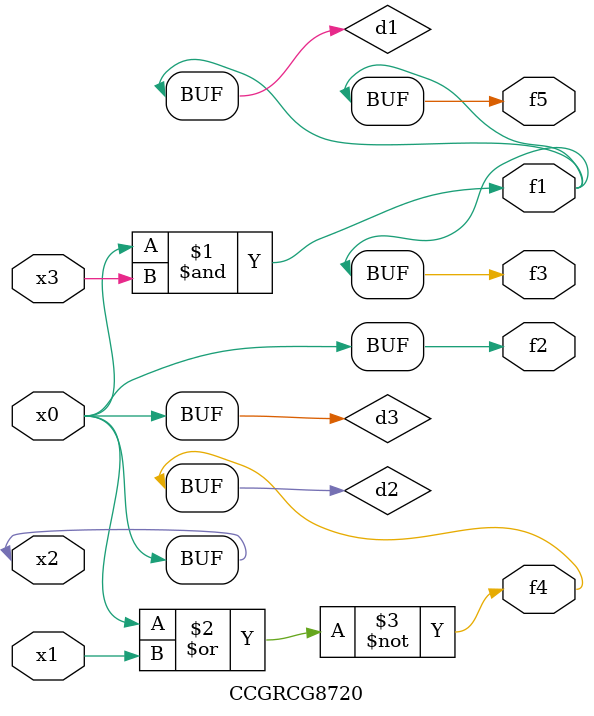
<source format=v>
module CCGRCG8720(
	input x0, x1, x2, x3,
	output f1, f2, f3, f4, f5
);

	wire d1, d2, d3;

	and (d1, x2, x3);
	nor (d2, x0, x1);
	buf (d3, x0, x2);
	assign f1 = d1;
	assign f2 = d3;
	assign f3 = d1;
	assign f4 = d2;
	assign f5 = d1;
endmodule

</source>
